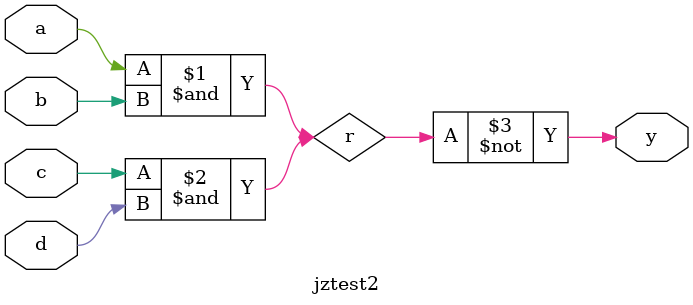
<source format=v>
module jztest2(a,b,c,d,y);
	input a;
	input b;
	input c;
	input d;

	output y;

	wire r;
	wire s;

	and i0(r,a,b);
	and i1(r,c,d);

	not i2(y,r);
endmodule

</source>
